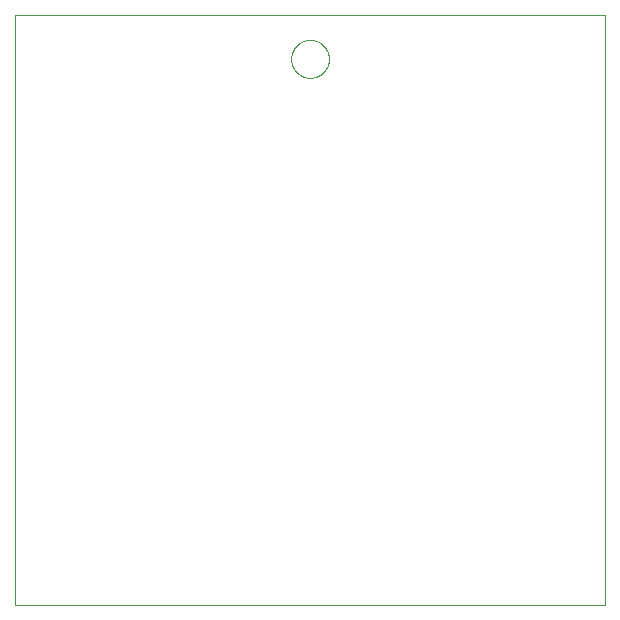
<source format=gko>
G04 EAGLE Gerber X2 export*
%TF.Part,Single*%
%TF.FileFunction,Other,Board Outline*%
%TF.FilePolarity,Positive*%
%TF.GenerationSoftware,Autodesk,EAGLE,9.1.3*%
%TF.CreationDate,2018-09-11T16:53:11Z*%
G75*
%MOMM*%
%FSLAX34Y34*%
%LPD*%
%AMOC8*
5,1,8,0,0,1.08239X$1,22.5*%
G01*
%ADD10C,0.000000*%


D10*
X0Y0D02*
X499999Y0D01*
X499999Y499999D01*
X0Y499999D01*
X0Y0D01*
X234000Y462534D02*
X234005Y462927D01*
X234019Y463319D01*
X234043Y463711D01*
X234077Y464102D01*
X234120Y464493D01*
X234173Y464882D01*
X234236Y465269D01*
X234307Y465655D01*
X234389Y466040D01*
X234479Y466422D01*
X234580Y466801D01*
X234689Y467179D01*
X234808Y467553D01*
X234935Y467924D01*
X235072Y468292D01*
X235218Y468657D01*
X235373Y469018D01*
X235536Y469375D01*
X235708Y469728D01*
X235889Y470076D01*
X236079Y470420D01*
X236276Y470760D01*
X236482Y471094D01*
X236696Y471423D01*
X236919Y471747D01*
X237149Y472065D01*
X237386Y472378D01*
X237632Y472684D01*
X237885Y472985D01*
X238145Y473279D01*
X238412Y473567D01*
X238686Y473848D01*
X238967Y474122D01*
X239255Y474389D01*
X239549Y474649D01*
X239850Y474902D01*
X240156Y475148D01*
X240469Y475385D01*
X240787Y475615D01*
X241111Y475838D01*
X241440Y476052D01*
X241774Y476258D01*
X242114Y476455D01*
X242458Y476645D01*
X242806Y476826D01*
X243159Y476998D01*
X243516Y477161D01*
X243877Y477316D01*
X244242Y477462D01*
X244610Y477599D01*
X244981Y477726D01*
X245355Y477845D01*
X245733Y477954D01*
X246112Y478055D01*
X246494Y478145D01*
X246879Y478227D01*
X247265Y478298D01*
X247652Y478361D01*
X248041Y478414D01*
X248432Y478457D01*
X248823Y478491D01*
X249215Y478515D01*
X249607Y478529D01*
X250000Y478534D01*
X250393Y478529D01*
X250785Y478515D01*
X251177Y478491D01*
X251568Y478457D01*
X251959Y478414D01*
X252348Y478361D01*
X252735Y478298D01*
X253121Y478227D01*
X253506Y478145D01*
X253888Y478055D01*
X254267Y477954D01*
X254645Y477845D01*
X255019Y477726D01*
X255390Y477599D01*
X255758Y477462D01*
X256123Y477316D01*
X256484Y477161D01*
X256841Y476998D01*
X257194Y476826D01*
X257542Y476645D01*
X257886Y476455D01*
X258226Y476258D01*
X258560Y476052D01*
X258889Y475838D01*
X259213Y475615D01*
X259531Y475385D01*
X259844Y475148D01*
X260150Y474902D01*
X260451Y474649D01*
X260745Y474389D01*
X261033Y474122D01*
X261314Y473848D01*
X261588Y473567D01*
X261855Y473279D01*
X262115Y472985D01*
X262368Y472684D01*
X262614Y472378D01*
X262851Y472065D01*
X263081Y471747D01*
X263304Y471423D01*
X263518Y471094D01*
X263724Y470760D01*
X263921Y470420D01*
X264111Y470076D01*
X264292Y469728D01*
X264464Y469375D01*
X264627Y469018D01*
X264782Y468657D01*
X264928Y468292D01*
X265065Y467924D01*
X265192Y467553D01*
X265311Y467179D01*
X265420Y466801D01*
X265521Y466422D01*
X265611Y466040D01*
X265693Y465655D01*
X265764Y465269D01*
X265827Y464882D01*
X265880Y464493D01*
X265923Y464102D01*
X265957Y463711D01*
X265981Y463319D01*
X265995Y462927D01*
X266000Y462534D01*
X265995Y462141D01*
X265981Y461749D01*
X265957Y461357D01*
X265923Y460966D01*
X265880Y460575D01*
X265827Y460186D01*
X265764Y459799D01*
X265693Y459413D01*
X265611Y459028D01*
X265521Y458646D01*
X265420Y458267D01*
X265311Y457889D01*
X265192Y457515D01*
X265065Y457144D01*
X264928Y456776D01*
X264782Y456411D01*
X264627Y456050D01*
X264464Y455693D01*
X264292Y455340D01*
X264111Y454992D01*
X263921Y454648D01*
X263724Y454308D01*
X263518Y453974D01*
X263304Y453645D01*
X263081Y453321D01*
X262851Y453003D01*
X262614Y452690D01*
X262368Y452384D01*
X262115Y452083D01*
X261855Y451789D01*
X261588Y451501D01*
X261314Y451220D01*
X261033Y450946D01*
X260745Y450679D01*
X260451Y450419D01*
X260150Y450166D01*
X259844Y449920D01*
X259531Y449683D01*
X259213Y449453D01*
X258889Y449230D01*
X258560Y449016D01*
X258226Y448810D01*
X257886Y448613D01*
X257542Y448423D01*
X257194Y448242D01*
X256841Y448070D01*
X256484Y447907D01*
X256123Y447752D01*
X255758Y447606D01*
X255390Y447469D01*
X255019Y447342D01*
X254645Y447223D01*
X254267Y447114D01*
X253888Y447013D01*
X253506Y446923D01*
X253121Y446841D01*
X252735Y446770D01*
X252348Y446707D01*
X251959Y446654D01*
X251568Y446611D01*
X251177Y446577D01*
X250785Y446553D01*
X250393Y446539D01*
X250000Y446534D01*
X249607Y446539D01*
X249215Y446553D01*
X248823Y446577D01*
X248432Y446611D01*
X248041Y446654D01*
X247652Y446707D01*
X247265Y446770D01*
X246879Y446841D01*
X246494Y446923D01*
X246112Y447013D01*
X245733Y447114D01*
X245355Y447223D01*
X244981Y447342D01*
X244610Y447469D01*
X244242Y447606D01*
X243877Y447752D01*
X243516Y447907D01*
X243159Y448070D01*
X242806Y448242D01*
X242458Y448423D01*
X242114Y448613D01*
X241774Y448810D01*
X241440Y449016D01*
X241111Y449230D01*
X240787Y449453D01*
X240469Y449683D01*
X240156Y449920D01*
X239850Y450166D01*
X239549Y450419D01*
X239255Y450679D01*
X238967Y450946D01*
X238686Y451220D01*
X238412Y451501D01*
X238145Y451789D01*
X237885Y452083D01*
X237632Y452384D01*
X237386Y452690D01*
X237149Y453003D01*
X236919Y453321D01*
X236696Y453645D01*
X236482Y453974D01*
X236276Y454308D01*
X236079Y454648D01*
X235889Y454992D01*
X235708Y455340D01*
X235536Y455693D01*
X235373Y456050D01*
X235218Y456411D01*
X235072Y456776D01*
X234935Y457144D01*
X234808Y457515D01*
X234689Y457889D01*
X234580Y458267D01*
X234479Y458646D01*
X234389Y459028D01*
X234307Y459413D01*
X234236Y459799D01*
X234173Y460186D01*
X234120Y460575D01*
X234077Y460966D01*
X234043Y461357D01*
X234019Y461749D01*
X234005Y462141D01*
X234000Y462534D01*
M02*

</source>
